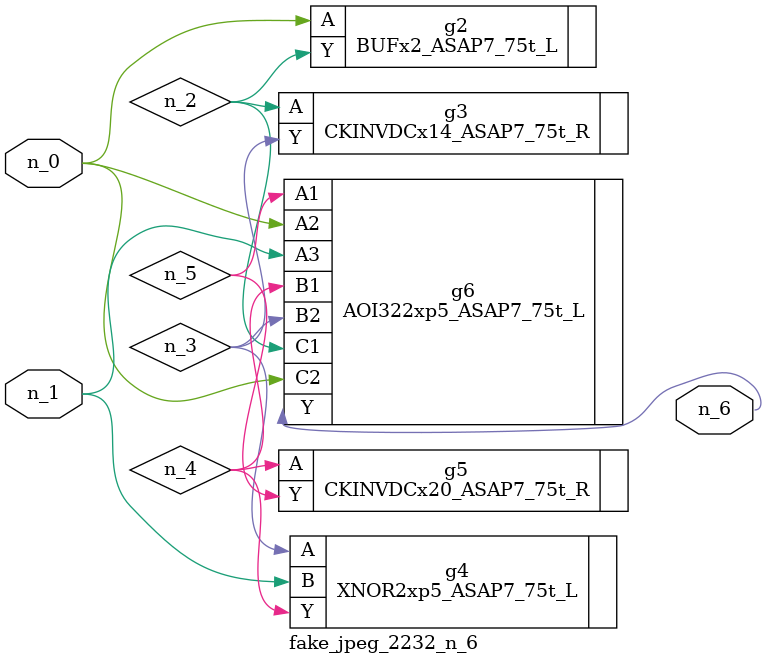
<source format=v>
module fake_jpeg_2232_n_6 (n_0, n_1, n_6);

input n_0;
input n_1;

output n_6;

wire n_3;
wire n_2;
wire n_4;
wire n_5;

BUFx2_ASAP7_75t_L g2 ( 
.A(n_0),
.Y(n_2)
);

CKINVDCx14_ASAP7_75t_R g3 ( 
.A(n_2),
.Y(n_3)
);

XNOR2xp5_ASAP7_75t_L g4 ( 
.A(n_3),
.B(n_1),
.Y(n_4)
);

CKINVDCx20_ASAP7_75t_R g5 ( 
.A(n_4),
.Y(n_5)
);

AOI322xp5_ASAP7_75t_L g6 ( 
.A1(n_5),
.A2(n_0),
.A3(n_1),
.B1(n_4),
.B2(n_3),
.C1(n_2),
.C2(n_0),
.Y(n_6)
);


endmodule
</source>
